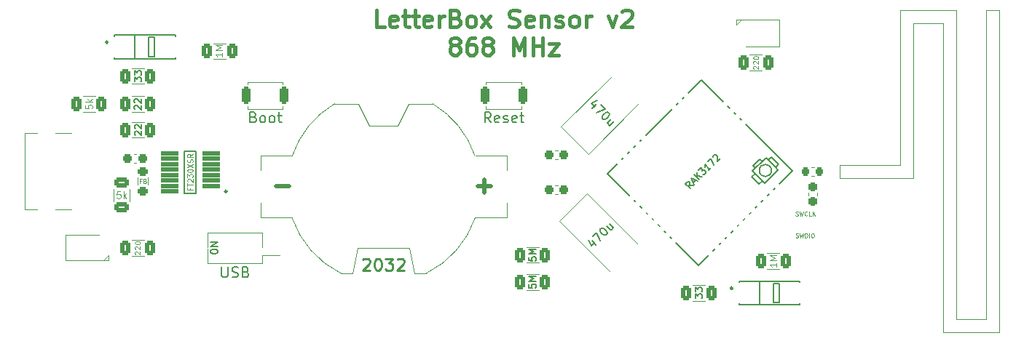
<source format=gto>
%TF.GenerationSoftware,KiCad,Pcbnew,7.0.1-0*%
%TF.CreationDate,2023-09-15T13:21:47+02:00*%
%TF.ProjectId,letterboxsensor,6c657474-6572-4626-9f78-73656e736f72,rev?*%
%TF.SameCoordinates,Original*%
%TF.FileFunction,Legend,Top*%
%TF.FilePolarity,Positive*%
%FSLAX46Y46*%
G04 Gerber Fmt 4.6, Leading zero omitted, Abs format (unit mm)*
G04 Created by KiCad (PCBNEW 7.0.1-0) date 2023-09-15 13:21:47*
%MOMM*%
%LPD*%
G01*
G04 APERTURE LIST*
G04 Aperture macros list*
%AMRoundRect*
0 Rectangle with rounded corners*
0 $1 Rounding radius*
0 $2 $3 $4 $5 $6 $7 $8 $9 X,Y pos of 4 corners*
0 Add a 4 corners polygon primitive as box body*
4,1,4,$2,$3,$4,$5,$6,$7,$8,$9,$2,$3,0*
0 Add four circle primitives for the rounded corners*
1,1,$1+$1,$2,$3*
1,1,$1+$1,$4,$5*
1,1,$1+$1,$6,$7*
1,1,$1+$1,$8,$9*
0 Add four rect primitives between the rounded corners*
20,1,$1+$1,$2,$3,$4,$5,0*
20,1,$1+$1,$4,$5,$6,$7,0*
20,1,$1+$1,$6,$7,$8,$9,0*
20,1,$1+$1,$8,$9,$2,$3,0*%
%AMRotRect*
0 Rectangle, with rotation*
0 The origin of the aperture is its center*
0 $1 length*
0 $2 width*
0 $3 Rotation angle, in degrees counterclockwise*
0 Add horizontal line*
21,1,$1,$2,0,0,$3*%
G04 Aperture macros list end*
%ADD10C,0.100000*%
%ADD11C,0.400000*%
%ADD12C,0.150000*%
%ADD13C,0.125000*%
%ADD14C,0.250000*%
%ADD15C,0.500000*%
%ADD16C,0.200000*%
%ADD17C,0.120000*%
%ADD18C,0.127000*%
%ADD19R,2.600000X0.600000*%
%ADD20RoundRect,0.250000X-0.312500X-0.625000X0.312500X-0.625000X0.312500X0.625000X-0.312500X0.625000X0*%
%ADD21RoundRect,0.250000X0.312500X0.625000X-0.312500X0.625000X-0.312500X-0.625000X0.312500X-0.625000X0*%
%ADD22R,2.500000X2.200000*%
%ADD23R,1.550000X2.200000*%
%ADD24RoundRect,0.237500X-0.237500X0.300000X-0.237500X-0.300000X0.237500X-0.300000X0.237500X0.300000X0*%
%ADD25RoundRect,0.218750X0.218750X0.256250X-0.218750X0.256250X-0.218750X-0.256250X0.218750X-0.256250X0*%
%ADD26R,2.540000X3.510000*%
%ADD27RoundRect,0.250000X0.250000X0.750000X-0.250000X0.750000X-0.250000X-0.750000X0.250000X-0.750000X0*%
%ADD28RoundRect,0.237500X-0.300000X-0.237500X0.300000X-0.237500X0.300000X0.237500X-0.300000X0.237500X0*%
%ADD29RoundRect,0.237500X0.300000X0.237500X-0.300000X0.237500X-0.300000X-0.237500X0.300000X-0.237500X0*%
%ADD30R,2.477223X0.426984*%
%ADD31RoundRect,0.213492X1.025119X0.000000X-1.025119X0.000000X-1.025119X0.000000X1.025119X0.000000X0*%
%ADD32RoundRect,0.250000X0.625000X-0.312500X0.625000X0.312500X-0.625000X0.312500X-0.625000X-0.312500X0*%
%ADD33RoundRect,0.250000X-0.250000X-0.750000X0.250000X-0.750000X0.250000X0.750000X-0.250000X0.750000X0*%
%ADD34C,0.650000*%
%ADD35R,1.450000X0.600000*%
%ADD36R,1.450000X0.300000*%
%ADD37O,2.100000X1.000000*%
%ADD38O,1.600000X1.000000*%
%ADD39RoundRect,0.250000X-1.343503X-0.106066X-0.106066X-1.343503X1.343503X0.106066X0.106066X1.343503X0*%
%ADD40R,1.500000X1.100000*%
%ADD41RoundRect,0.250000X-0.350000X0.275000X-0.350000X-0.275000X0.350000X-0.275000X0.350000X0.275000X0*%
%ADD42RoundRect,0.250000X0.106066X-1.343503X1.343503X-0.106066X-0.106066X1.343503X-1.343503X0.106066X0*%
%ADD43RotRect,1.800000X0.700000X45.000000*%
%ADD44RotRect,1.800000X0.700000X315.000000*%
G04 APERTURE END LIST*
D10*
X189715476Y-95182500D02*
X189786904Y-95206309D01*
X189786904Y-95206309D02*
X189905952Y-95206309D01*
X189905952Y-95206309D02*
X189953571Y-95182500D01*
X189953571Y-95182500D02*
X189977380Y-95158690D01*
X189977380Y-95158690D02*
X190001190Y-95111071D01*
X190001190Y-95111071D02*
X190001190Y-95063452D01*
X190001190Y-95063452D02*
X189977380Y-95015833D01*
X189977380Y-95015833D02*
X189953571Y-94992023D01*
X189953571Y-94992023D02*
X189905952Y-94968214D01*
X189905952Y-94968214D02*
X189810714Y-94944404D01*
X189810714Y-94944404D02*
X189763095Y-94920595D01*
X189763095Y-94920595D02*
X189739285Y-94896785D01*
X189739285Y-94896785D02*
X189715476Y-94849166D01*
X189715476Y-94849166D02*
X189715476Y-94801547D01*
X189715476Y-94801547D02*
X189739285Y-94753928D01*
X189739285Y-94753928D02*
X189763095Y-94730119D01*
X189763095Y-94730119D02*
X189810714Y-94706309D01*
X189810714Y-94706309D02*
X189929761Y-94706309D01*
X189929761Y-94706309D02*
X190001190Y-94730119D01*
X190167856Y-94706309D02*
X190286904Y-95206309D01*
X190286904Y-95206309D02*
X190382142Y-94849166D01*
X190382142Y-94849166D02*
X190477380Y-95206309D01*
X190477380Y-95206309D02*
X190596428Y-94706309D01*
X190786904Y-95206309D02*
X190786904Y-94706309D01*
X190786904Y-94706309D02*
X190905952Y-94706309D01*
X190905952Y-94706309D02*
X190977380Y-94730119D01*
X190977380Y-94730119D02*
X191024999Y-94777738D01*
X191024999Y-94777738D02*
X191048809Y-94825357D01*
X191048809Y-94825357D02*
X191072618Y-94920595D01*
X191072618Y-94920595D02*
X191072618Y-94992023D01*
X191072618Y-94992023D02*
X191048809Y-95087261D01*
X191048809Y-95087261D02*
X191024999Y-95134880D01*
X191024999Y-95134880D02*
X190977380Y-95182500D01*
X190977380Y-95182500D02*
X190905952Y-95206309D01*
X190905952Y-95206309D02*
X190786904Y-95206309D01*
X191286904Y-95206309D02*
X191286904Y-94706309D01*
X191620237Y-94706309D02*
X191715475Y-94706309D01*
X191715475Y-94706309D02*
X191763094Y-94730119D01*
X191763094Y-94730119D02*
X191810713Y-94777738D01*
X191810713Y-94777738D02*
X191834523Y-94872976D01*
X191834523Y-94872976D02*
X191834523Y-95039642D01*
X191834523Y-95039642D02*
X191810713Y-95134880D01*
X191810713Y-95134880D02*
X191763094Y-95182500D01*
X191763094Y-95182500D02*
X191715475Y-95206309D01*
X191715475Y-95206309D02*
X191620237Y-95206309D01*
X191620237Y-95206309D02*
X191572618Y-95182500D01*
X191572618Y-95182500D02*
X191524999Y-95134880D01*
X191524999Y-95134880D02*
X191501190Y-95039642D01*
X191501190Y-95039642D02*
X191501190Y-94872976D01*
X191501190Y-94872976D02*
X191524999Y-94777738D01*
X191524999Y-94777738D02*
X191572618Y-94730119D01*
X191572618Y-94730119D02*
X191620237Y-94706309D01*
X189694048Y-92642500D02*
X189765476Y-92666309D01*
X189765476Y-92666309D02*
X189884524Y-92666309D01*
X189884524Y-92666309D02*
X189932143Y-92642500D01*
X189932143Y-92642500D02*
X189955952Y-92618690D01*
X189955952Y-92618690D02*
X189979762Y-92571071D01*
X189979762Y-92571071D02*
X189979762Y-92523452D01*
X189979762Y-92523452D02*
X189955952Y-92475833D01*
X189955952Y-92475833D02*
X189932143Y-92452023D01*
X189932143Y-92452023D02*
X189884524Y-92428214D01*
X189884524Y-92428214D02*
X189789286Y-92404404D01*
X189789286Y-92404404D02*
X189741667Y-92380595D01*
X189741667Y-92380595D02*
X189717857Y-92356785D01*
X189717857Y-92356785D02*
X189694048Y-92309166D01*
X189694048Y-92309166D02*
X189694048Y-92261547D01*
X189694048Y-92261547D02*
X189717857Y-92213928D01*
X189717857Y-92213928D02*
X189741667Y-92190119D01*
X189741667Y-92190119D02*
X189789286Y-92166309D01*
X189789286Y-92166309D02*
X189908333Y-92166309D01*
X189908333Y-92166309D02*
X189979762Y-92190119D01*
X190146428Y-92166309D02*
X190265476Y-92666309D01*
X190265476Y-92666309D02*
X190360714Y-92309166D01*
X190360714Y-92309166D02*
X190455952Y-92666309D01*
X190455952Y-92666309D02*
X190575000Y-92166309D01*
X191051190Y-92618690D02*
X191027381Y-92642500D01*
X191027381Y-92642500D02*
X190955952Y-92666309D01*
X190955952Y-92666309D02*
X190908333Y-92666309D01*
X190908333Y-92666309D02*
X190836905Y-92642500D01*
X190836905Y-92642500D02*
X190789286Y-92594880D01*
X190789286Y-92594880D02*
X190765476Y-92547261D01*
X190765476Y-92547261D02*
X190741667Y-92452023D01*
X190741667Y-92452023D02*
X190741667Y-92380595D01*
X190741667Y-92380595D02*
X190765476Y-92285357D01*
X190765476Y-92285357D02*
X190789286Y-92237738D01*
X190789286Y-92237738D02*
X190836905Y-92190119D01*
X190836905Y-92190119D02*
X190908333Y-92166309D01*
X190908333Y-92166309D02*
X190955952Y-92166309D01*
X190955952Y-92166309D02*
X191027381Y-92190119D01*
X191027381Y-92190119D02*
X191051190Y-92213928D01*
X191503571Y-92666309D02*
X191265476Y-92666309D01*
X191265476Y-92666309D02*
X191265476Y-92166309D01*
X191670238Y-92666309D02*
X191670238Y-92166309D01*
X191955952Y-92666309D02*
X191741667Y-92380595D01*
X191955952Y-92166309D02*
X191670238Y-92452023D01*
D11*
X141917855Y-70705238D02*
X140965474Y-70705238D01*
X140965474Y-70705238D02*
X140965474Y-68705238D01*
X143346427Y-70610000D02*
X143155951Y-70705238D01*
X143155951Y-70705238D02*
X142774998Y-70705238D01*
X142774998Y-70705238D02*
X142584522Y-70610000D01*
X142584522Y-70610000D02*
X142489284Y-70419523D01*
X142489284Y-70419523D02*
X142489284Y-69657619D01*
X142489284Y-69657619D02*
X142584522Y-69467142D01*
X142584522Y-69467142D02*
X142774998Y-69371904D01*
X142774998Y-69371904D02*
X143155951Y-69371904D01*
X143155951Y-69371904D02*
X143346427Y-69467142D01*
X143346427Y-69467142D02*
X143441665Y-69657619D01*
X143441665Y-69657619D02*
X143441665Y-69848095D01*
X143441665Y-69848095D02*
X142489284Y-70038571D01*
X144013094Y-69371904D02*
X144774998Y-69371904D01*
X144298808Y-68705238D02*
X144298808Y-70419523D01*
X144298808Y-70419523D02*
X144394046Y-70610000D01*
X144394046Y-70610000D02*
X144584522Y-70705238D01*
X144584522Y-70705238D02*
X144774998Y-70705238D01*
X145155951Y-69371904D02*
X145917855Y-69371904D01*
X145441665Y-68705238D02*
X145441665Y-70419523D01*
X145441665Y-70419523D02*
X145536903Y-70610000D01*
X145536903Y-70610000D02*
X145727379Y-70705238D01*
X145727379Y-70705238D02*
X145917855Y-70705238D01*
X147346427Y-70610000D02*
X147155951Y-70705238D01*
X147155951Y-70705238D02*
X146774998Y-70705238D01*
X146774998Y-70705238D02*
X146584522Y-70610000D01*
X146584522Y-70610000D02*
X146489284Y-70419523D01*
X146489284Y-70419523D02*
X146489284Y-69657619D01*
X146489284Y-69657619D02*
X146584522Y-69467142D01*
X146584522Y-69467142D02*
X146774998Y-69371904D01*
X146774998Y-69371904D02*
X147155951Y-69371904D01*
X147155951Y-69371904D02*
X147346427Y-69467142D01*
X147346427Y-69467142D02*
X147441665Y-69657619D01*
X147441665Y-69657619D02*
X147441665Y-69848095D01*
X147441665Y-69848095D02*
X146489284Y-70038571D01*
X148298808Y-70705238D02*
X148298808Y-69371904D01*
X148298808Y-69752857D02*
X148394046Y-69562380D01*
X148394046Y-69562380D02*
X148489284Y-69467142D01*
X148489284Y-69467142D02*
X148679760Y-69371904D01*
X148679760Y-69371904D02*
X148870237Y-69371904D01*
X150203570Y-69657619D02*
X150489284Y-69752857D01*
X150489284Y-69752857D02*
X150584522Y-69848095D01*
X150584522Y-69848095D02*
X150679760Y-70038571D01*
X150679760Y-70038571D02*
X150679760Y-70324285D01*
X150679760Y-70324285D02*
X150584522Y-70514761D01*
X150584522Y-70514761D02*
X150489284Y-70610000D01*
X150489284Y-70610000D02*
X150298808Y-70705238D01*
X150298808Y-70705238D02*
X149536903Y-70705238D01*
X149536903Y-70705238D02*
X149536903Y-68705238D01*
X149536903Y-68705238D02*
X150203570Y-68705238D01*
X150203570Y-68705238D02*
X150394046Y-68800476D01*
X150394046Y-68800476D02*
X150489284Y-68895714D01*
X150489284Y-68895714D02*
X150584522Y-69086190D01*
X150584522Y-69086190D02*
X150584522Y-69276666D01*
X150584522Y-69276666D02*
X150489284Y-69467142D01*
X150489284Y-69467142D02*
X150394046Y-69562380D01*
X150394046Y-69562380D02*
X150203570Y-69657619D01*
X150203570Y-69657619D02*
X149536903Y-69657619D01*
X151822617Y-70705238D02*
X151632141Y-70610000D01*
X151632141Y-70610000D02*
X151536903Y-70514761D01*
X151536903Y-70514761D02*
X151441665Y-70324285D01*
X151441665Y-70324285D02*
X151441665Y-69752857D01*
X151441665Y-69752857D02*
X151536903Y-69562380D01*
X151536903Y-69562380D02*
X151632141Y-69467142D01*
X151632141Y-69467142D02*
X151822617Y-69371904D01*
X151822617Y-69371904D02*
X152108332Y-69371904D01*
X152108332Y-69371904D02*
X152298808Y-69467142D01*
X152298808Y-69467142D02*
X152394046Y-69562380D01*
X152394046Y-69562380D02*
X152489284Y-69752857D01*
X152489284Y-69752857D02*
X152489284Y-70324285D01*
X152489284Y-70324285D02*
X152394046Y-70514761D01*
X152394046Y-70514761D02*
X152298808Y-70610000D01*
X152298808Y-70610000D02*
X152108332Y-70705238D01*
X152108332Y-70705238D02*
X151822617Y-70705238D01*
X153155951Y-70705238D02*
X154203570Y-69371904D01*
X153155951Y-69371904D02*
X154203570Y-70705238D01*
X156394047Y-70610000D02*
X156679761Y-70705238D01*
X156679761Y-70705238D02*
X157155952Y-70705238D01*
X157155952Y-70705238D02*
X157346428Y-70610000D01*
X157346428Y-70610000D02*
X157441666Y-70514761D01*
X157441666Y-70514761D02*
X157536904Y-70324285D01*
X157536904Y-70324285D02*
X157536904Y-70133809D01*
X157536904Y-70133809D02*
X157441666Y-69943333D01*
X157441666Y-69943333D02*
X157346428Y-69848095D01*
X157346428Y-69848095D02*
X157155952Y-69752857D01*
X157155952Y-69752857D02*
X156774999Y-69657619D01*
X156774999Y-69657619D02*
X156584523Y-69562380D01*
X156584523Y-69562380D02*
X156489285Y-69467142D01*
X156489285Y-69467142D02*
X156394047Y-69276666D01*
X156394047Y-69276666D02*
X156394047Y-69086190D01*
X156394047Y-69086190D02*
X156489285Y-68895714D01*
X156489285Y-68895714D02*
X156584523Y-68800476D01*
X156584523Y-68800476D02*
X156774999Y-68705238D01*
X156774999Y-68705238D02*
X157251190Y-68705238D01*
X157251190Y-68705238D02*
X157536904Y-68800476D01*
X159155952Y-70610000D02*
X158965476Y-70705238D01*
X158965476Y-70705238D02*
X158584523Y-70705238D01*
X158584523Y-70705238D02*
X158394047Y-70610000D01*
X158394047Y-70610000D02*
X158298809Y-70419523D01*
X158298809Y-70419523D02*
X158298809Y-69657619D01*
X158298809Y-69657619D02*
X158394047Y-69467142D01*
X158394047Y-69467142D02*
X158584523Y-69371904D01*
X158584523Y-69371904D02*
X158965476Y-69371904D01*
X158965476Y-69371904D02*
X159155952Y-69467142D01*
X159155952Y-69467142D02*
X159251190Y-69657619D01*
X159251190Y-69657619D02*
X159251190Y-69848095D01*
X159251190Y-69848095D02*
X158298809Y-70038571D01*
X160108333Y-69371904D02*
X160108333Y-70705238D01*
X160108333Y-69562380D02*
X160203571Y-69467142D01*
X160203571Y-69467142D02*
X160394047Y-69371904D01*
X160394047Y-69371904D02*
X160679762Y-69371904D01*
X160679762Y-69371904D02*
X160870238Y-69467142D01*
X160870238Y-69467142D02*
X160965476Y-69657619D01*
X160965476Y-69657619D02*
X160965476Y-70705238D01*
X161822619Y-70610000D02*
X162013095Y-70705238D01*
X162013095Y-70705238D02*
X162394047Y-70705238D01*
X162394047Y-70705238D02*
X162584524Y-70610000D01*
X162584524Y-70610000D02*
X162679762Y-70419523D01*
X162679762Y-70419523D02*
X162679762Y-70324285D01*
X162679762Y-70324285D02*
X162584524Y-70133809D01*
X162584524Y-70133809D02*
X162394047Y-70038571D01*
X162394047Y-70038571D02*
X162108333Y-70038571D01*
X162108333Y-70038571D02*
X161917857Y-69943333D01*
X161917857Y-69943333D02*
X161822619Y-69752857D01*
X161822619Y-69752857D02*
X161822619Y-69657619D01*
X161822619Y-69657619D02*
X161917857Y-69467142D01*
X161917857Y-69467142D02*
X162108333Y-69371904D01*
X162108333Y-69371904D02*
X162394047Y-69371904D01*
X162394047Y-69371904D02*
X162584524Y-69467142D01*
X163822619Y-70705238D02*
X163632143Y-70610000D01*
X163632143Y-70610000D02*
X163536905Y-70514761D01*
X163536905Y-70514761D02*
X163441667Y-70324285D01*
X163441667Y-70324285D02*
X163441667Y-69752857D01*
X163441667Y-69752857D02*
X163536905Y-69562380D01*
X163536905Y-69562380D02*
X163632143Y-69467142D01*
X163632143Y-69467142D02*
X163822619Y-69371904D01*
X163822619Y-69371904D02*
X164108334Y-69371904D01*
X164108334Y-69371904D02*
X164298810Y-69467142D01*
X164298810Y-69467142D02*
X164394048Y-69562380D01*
X164394048Y-69562380D02*
X164489286Y-69752857D01*
X164489286Y-69752857D02*
X164489286Y-70324285D01*
X164489286Y-70324285D02*
X164394048Y-70514761D01*
X164394048Y-70514761D02*
X164298810Y-70610000D01*
X164298810Y-70610000D02*
X164108334Y-70705238D01*
X164108334Y-70705238D02*
X163822619Y-70705238D01*
X165346429Y-70705238D02*
X165346429Y-69371904D01*
X165346429Y-69752857D02*
X165441667Y-69562380D01*
X165441667Y-69562380D02*
X165536905Y-69467142D01*
X165536905Y-69467142D02*
X165727381Y-69371904D01*
X165727381Y-69371904D02*
X165917858Y-69371904D01*
X167917858Y-69371904D02*
X168394048Y-70705238D01*
X168394048Y-70705238D02*
X168870239Y-69371904D01*
X169536906Y-68895714D02*
X169632144Y-68800476D01*
X169632144Y-68800476D02*
X169822620Y-68705238D01*
X169822620Y-68705238D02*
X170298811Y-68705238D01*
X170298811Y-68705238D02*
X170489287Y-68800476D01*
X170489287Y-68800476D02*
X170584525Y-68895714D01*
X170584525Y-68895714D02*
X170679763Y-69086190D01*
X170679763Y-69086190D02*
X170679763Y-69276666D01*
X170679763Y-69276666D02*
X170584525Y-69562380D01*
X170584525Y-69562380D02*
X169441668Y-70705238D01*
X169441668Y-70705238D02*
X170679763Y-70705238D01*
X149917856Y-72802380D02*
X149727380Y-72707142D01*
X149727380Y-72707142D02*
X149632142Y-72611904D01*
X149632142Y-72611904D02*
X149536904Y-72421428D01*
X149536904Y-72421428D02*
X149536904Y-72326190D01*
X149536904Y-72326190D02*
X149632142Y-72135714D01*
X149632142Y-72135714D02*
X149727380Y-72040476D01*
X149727380Y-72040476D02*
X149917856Y-71945238D01*
X149917856Y-71945238D02*
X150298809Y-71945238D01*
X150298809Y-71945238D02*
X150489285Y-72040476D01*
X150489285Y-72040476D02*
X150584523Y-72135714D01*
X150584523Y-72135714D02*
X150679761Y-72326190D01*
X150679761Y-72326190D02*
X150679761Y-72421428D01*
X150679761Y-72421428D02*
X150584523Y-72611904D01*
X150584523Y-72611904D02*
X150489285Y-72707142D01*
X150489285Y-72707142D02*
X150298809Y-72802380D01*
X150298809Y-72802380D02*
X149917856Y-72802380D01*
X149917856Y-72802380D02*
X149727380Y-72897619D01*
X149727380Y-72897619D02*
X149632142Y-72992857D01*
X149632142Y-72992857D02*
X149536904Y-73183333D01*
X149536904Y-73183333D02*
X149536904Y-73564285D01*
X149536904Y-73564285D02*
X149632142Y-73754761D01*
X149632142Y-73754761D02*
X149727380Y-73850000D01*
X149727380Y-73850000D02*
X149917856Y-73945238D01*
X149917856Y-73945238D02*
X150298809Y-73945238D01*
X150298809Y-73945238D02*
X150489285Y-73850000D01*
X150489285Y-73850000D02*
X150584523Y-73754761D01*
X150584523Y-73754761D02*
X150679761Y-73564285D01*
X150679761Y-73564285D02*
X150679761Y-73183333D01*
X150679761Y-73183333D02*
X150584523Y-72992857D01*
X150584523Y-72992857D02*
X150489285Y-72897619D01*
X150489285Y-72897619D02*
X150298809Y-72802380D01*
X152394047Y-71945238D02*
X152013094Y-71945238D01*
X152013094Y-71945238D02*
X151822618Y-72040476D01*
X151822618Y-72040476D02*
X151727380Y-72135714D01*
X151727380Y-72135714D02*
X151536904Y-72421428D01*
X151536904Y-72421428D02*
X151441666Y-72802380D01*
X151441666Y-72802380D02*
X151441666Y-73564285D01*
X151441666Y-73564285D02*
X151536904Y-73754761D01*
X151536904Y-73754761D02*
X151632142Y-73850000D01*
X151632142Y-73850000D02*
X151822618Y-73945238D01*
X151822618Y-73945238D02*
X152203571Y-73945238D01*
X152203571Y-73945238D02*
X152394047Y-73850000D01*
X152394047Y-73850000D02*
X152489285Y-73754761D01*
X152489285Y-73754761D02*
X152584523Y-73564285D01*
X152584523Y-73564285D02*
X152584523Y-73088095D01*
X152584523Y-73088095D02*
X152489285Y-72897619D01*
X152489285Y-72897619D02*
X152394047Y-72802380D01*
X152394047Y-72802380D02*
X152203571Y-72707142D01*
X152203571Y-72707142D02*
X151822618Y-72707142D01*
X151822618Y-72707142D02*
X151632142Y-72802380D01*
X151632142Y-72802380D02*
X151536904Y-72897619D01*
X151536904Y-72897619D02*
X151441666Y-73088095D01*
X153727380Y-72802380D02*
X153536904Y-72707142D01*
X153536904Y-72707142D02*
X153441666Y-72611904D01*
X153441666Y-72611904D02*
X153346428Y-72421428D01*
X153346428Y-72421428D02*
X153346428Y-72326190D01*
X153346428Y-72326190D02*
X153441666Y-72135714D01*
X153441666Y-72135714D02*
X153536904Y-72040476D01*
X153536904Y-72040476D02*
X153727380Y-71945238D01*
X153727380Y-71945238D02*
X154108333Y-71945238D01*
X154108333Y-71945238D02*
X154298809Y-72040476D01*
X154298809Y-72040476D02*
X154394047Y-72135714D01*
X154394047Y-72135714D02*
X154489285Y-72326190D01*
X154489285Y-72326190D02*
X154489285Y-72421428D01*
X154489285Y-72421428D02*
X154394047Y-72611904D01*
X154394047Y-72611904D02*
X154298809Y-72707142D01*
X154298809Y-72707142D02*
X154108333Y-72802380D01*
X154108333Y-72802380D02*
X153727380Y-72802380D01*
X153727380Y-72802380D02*
X153536904Y-72897619D01*
X153536904Y-72897619D02*
X153441666Y-72992857D01*
X153441666Y-72992857D02*
X153346428Y-73183333D01*
X153346428Y-73183333D02*
X153346428Y-73564285D01*
X153346428Y-73564285D02*
X153441666Y-73754761D01*
X153441666Y-73754761D02*
X153536904Y-73850000D01*
X153536904Y-73850000D02*
X153727380Y-73945238D01*
X153727380Y-73945238D02*
X154108333Y-73945238D01*
X154108333Y-73945238D02*
X154298809Y-73850000D01*
X154298809Y-73850000D02*
X154394047Y-73754761D01*
X154394047Y-73754761D02*
X154489285Y-73564285D01*
X154489285Y-73564285D02*
X154489285Y-73183333D01*
X154489285Y-73183333D02*
X154394047Y-72992857D01*
X154394047Y-72992857D02*
X154298809Y-72897619D01*
X154298809Y-72897619D02*
X154108333Y-72802380D01*
X156870238Y-73945238D02*
X156870238Y-71945238D01*
X156870238Y-71945238D02*
X157536905Y-73373809D01*
X157536905Y-73373809D02*
X158203571Y-71945238D01*
X158203571Y-71945238D02*
X158203571Y-73945238D01*
X159155952Y-73945238D02*
X159155952Y-71945238D01*
X159155952Y-72897619D02*
X160298809Y-72897619D01*
X160298809Y-73945238D02*
X160298809Y-71945238D01*
X161060714Y-72611904D02*
X162108333Y-72611904D01*
X162108333Y-72611904D02*
X161060714Y-73945238D01*
X161060714Y-73945238D02*
X162108333Y-73945238D01*
D12*
X112830095Y-77043619D02*
X112830095Y-76548381D01*
X112830095Y-76548381D02*
X113134857Y-76815047D01*
X113134857Y-76815047D02*
X113134857Y-76700762D01*
X113134857Y-76700762D02*
X113172952Y-76624571D01*
X113172952Y-76624571D02*
X113211047Y-76586476D01*
X113211047Y-76586476D02*
X113287238Y-76548381D01*
X113287238Y-76548381D02*
X113477714Y-76548381D01*
X113477714Y-76548381D02*
X113553904Y-76586476D01*
X113553904Y-76586476D02*
X113592000Y-76624571D01*
X113592000Y-76624571D02*
X113630095Y-76700762D01*
X113630095Y-76700762D02*
X113630095Y-76929333D01*
X113630095Y-76929333D02*
X113592000Y-77005524D01*
X113592000Y-77005524D02*
X113553904Y-77043619D01*
X112830095Y-76281714D02*
X112830095Y-75786476D01*
X112830095Y-75786476D02*
X113134857Y-76053142D01*
X113134857Y-76053142D02*
X113134857Y-75938857D01*
X113134857Y-75938857D02*
X113172952Y-75862666D01*
X113172952Y-75862666D02*
X113211047Y-75824571D01*
X113211047Y-75824571D02*
X113287238Y-75786476D01*
X113287238Y-75786476D02*
X113477714Y-75786476D01*
X113477714Y-75786476D02*
X113553904Y-75824571D01*
X113553904Y-75824571D02*
X113592000Y-75862666D01*
X113592000Y-75862666D02*
X113630095Y-75938857D01*
X113630095Y-75938857D02*
X113630095Y-76167428D01*
X113630095Y-76167428D02*
X113592000Y-76243619D01*
X113592000Y-76243619D02*
X113553904Y-76281714D01*
D13*
X184840714Y-75572857D02*
X184812142Y-75544285D01*
X184812142Y-75544285D02*
X184783571Y-75487143D01*
X184783571Y-75487143D02*
X184783571Y-75344285D01*
X184783571Y-75344285D02*
X184812142Y-75287143D01*
X184812142Y-75287143D02*
X184840714Y-75258571D01*
X184840714Y-75258571D02*
X184897857Y-75230000D01*
X184897857Y-75230000D02*
X184955000Y-75230000D01*
X184955000Y-75230000D02*
X185040714Y-75258571D01*
X185040714Y-75258571D02*
X185383571Y-75601428D01*
X185383571Y-75601428D02*
X185383571Y-75230000D01*
X184840714Y-75001428D02*
X184812142Y-74972856D01*
X184812142Y-74972856D02*
X184783571Y-74915714D01*
X184783571Y-74915714D02*
X184783571Y-74772856D01*
X184783571Y-74772856D02*
X184812142Y-74715714D01*
X184812142Y-74715714D02*
X184840714Y-74687142D01*
X184840714Y-74687142D02*
X184897857Y-74658571D01*
X184897857Y-74658571D02*
X184955000Y-74658571D01*
X184955000Y-74658571D02*
X185040714Y-74687142D01*
X185040714Y-74687142D02*
X185383571Y-75029999D01*
X185383571Y-75029999D02*
X185383571Y-74658571D01*
X184783571Y-74287142D02*
X184783571Y-74229999D01*
X184783571Y-74229999D02*
X184812142Y-74172856D01*
X184812142Y-74172856D02*
X184840714Y-74144285D01*
X184840714Y-74144285D02*
X184897857Y-74115713D01*
X184897857Y-74115713D02*
X185012142Y-74087142D01*
X185012142Y-74087142D02*
X185155000Y-74087142D01*
X185155000Y-74087142D02*
X185269285Y-74115713D01*
X185269285Y-74115713D02*
X185326428Y-74144285D01*
X185326428Y-74144285D02*
X185355000Y-74172856D01*
X185355000Y-74172856D02*
X185383571Y-74229999D01*
X185383571Y-74229999D02*
X185383571Y-74287142D01*
X185383571Y-74287142D02*
X185355000Y-74344285D01*
X185355000Y-74344285D02*
X185326428Y-74372856D01*
X185326428Y-74372856D02*
X185269285Y-74401427D01*
X185269285Y-74401427D02*
X185155000Y-74429999D01*
X185155000Y-74429999D02*
X185012142Y-74429999D01*
X185012142Y-74429999D02*
X184897857Y-74401427D01*
X184897857Y-74401427D02*
X184840714Y-74372856D01*
X184840714Y-74372856D02*
X184812142Y-74344285D01*
X184812142Y-74344285D02*
X184783571Y-74287142D01*
D14*
X139400000Y-97781000D02*
X139466667Y-97714333D01*
X139466667Y-97714333D02*
X139600000Y-97647666D01*
X139600000Y-97647666D02*
X139933334Y-97647666D01*
X139933334Y-97647666D02*
X140066667Y-97714333D01*
X140066667Y-97714333D02*
X140133334Y-97781000D01*
X140133334Y-97781000D02*
X140200000Y-97914333D01*
X140200000Y-97914333D02*
X140200000Y-98047666D01*
X140200000Y-98047666D02*
X140133334Y-98247666D01*
X140133334Y-98247666D02*
X139333334Y-99047666D01*
X139333334Y-99047666D02*
X140200000Y-99047666D01*
X141066667Y-97647666D02*
X141200000Y-97647666D01*
X141200000Y-97647666D02*
X141333333Y-97714333D01*
X141333333Y-97714333D02*
X141400000Y-97781000D01*
X141400000Y-97781000D02*
X141466667Y-97914333D01*
X141466667Y-97914333D02*
X141533333Y-98181000D01*
X141533333Y-98181000D02*
X141533333Y-98514333D01*
X141533333Y-98514333D02*
X141466667Y-98781000D01*
X141466667Y-98781000D02*
X141400000Y-98914333D01*
X141400000Y-98914333D02*
X141333333Y-98981000D01*
X141333333Y-98981000D02*
X141200000Y-99047666D01*
X141200000Y-99047666D02*
X141066667Y-99047666D01*
X141066667Y-99047666D02*
X140933333Y-98981000D01*
X140933333Y-98981000D02*
X140866667Y-98914333D01*
X140866667Y-98914333D02*
X140800000Y-98781000D01*
X140800000Y-98781000D02*
X140733333Y-98514333D01*
X140733333Y-98514333D02*
X140733333Y-98181000D01*
X140733333Y-98181000D02*
X140800000Y-97914333D01*
X140800000Y-97914333D02*
X140866667Y-97781000D01*
X140866667Y-97781000D02*
X140933333Y-97714333D01*
X140933333Y-97714333D02*
X141066667Y-97647666D01*
X142000000Y-97647666D02*
X142866666Y-97647666D01*
X142866666Y-97647666D02*
X142400000Y-98181000D01*
X142400000Y-98181000D02*
X142600000Y-98181000D01*
X142600000Y-98181000D02*
X142733333Y-98247666D01*
X142733333Y-98247666D02*
X142800000Y-98314333D01*
X142800000Y-98314333D02*
X142866666Y-98447666D01*
X142866666Y-98447666D02*
X142866666Y-98781000D01*
X142866666Y-98781000D02*
X142800000Y-98914333D01*
X142800000Y-98914333D02*
X142733333Y-98981000D01*
X142733333Y-98981000D02*
X142600000Y-99047666D01*
X142600000Y-99047666D02*
X142200000Y-99047666D01*
X142200000Y-99047666D02*
X142066666Y-98981000D01*
X142066666Y-98981000D02*
X142000000Y-98914333D01*
X143399999Y-97781000D02*
X143466666Y-97714333D01*
X143466666Y-97714333D02*
X143599999Y-97647666D01*
X143599999Y-97647666D02*
X143933333Y-97647666D01*
X143933333Y-97647666D02*
X144066666Y-97714333D01*
X144066666Y-97714333D02*
X144133333Y-97781000D01*
X144133333Y-97781000D02*
X144199999Y-97914333D01*
X144199999Y-97914333D02*
X144199999Y-98047666D01*
X144199999Y-98047666D02*
X144133333Y-98247666D01*
X144133333Y-98247666D02*
X143333333Y-99047666D01*
X143333333Y-99047666D02*
X144199999Y-99047666D01*
D15*
X154286904Y-89236666D02*
X152763095Y-89236666D01*
X153524999Y-88474761D02*
X153524999Y-89998571D01*
X130836904Y-89261666D02*
X129313095Y-89261666D01*
D13*
X123049095Y-73700571D02*
X123049095Y-74157714D01*
X123049095Y-73929142D02*
X122249095Y-73929142D01*
X122249095Y-73929142D02*
X122363380Y-74005333D01*
X122363380Y-74005333D02*
X122439571Y-74081523D01*
X122439571Y-74081523D02*
X122477666Y-74157714D01*
X123049095Y-73357713D02*
X122249095Y-73357713D01*
X122249095Y-73357713D02*
X122820523Y-73091047D01*
X122820523Y-73091047D02*
X122249095Y-72824380D01*
X122249095Y-72824380D02*
X123049095Y-72824380D01*
D16*
X154264286Y-81805142D02*
X153864286Y-81233714D01*
X153578572Y-81805142D02*
X153578572Y-80605142D01*
X153578572Y-80605142D02*
X154035715Y-80605142D01*
X154035715Y-80605142D02*
X154150000Y-80662285D01*
X154150000Y-80662285D02*
X154207143Y-80719428D01*
X154207143Y-80719428D02*
X154264286Y-80833714D01*
X154264286Y-80833714D02*
X154264286Y-81005142D01*
X154264286Y-81005142D02*
X154207143Y-81119428D01*
X154207143Y-81119428D02*
X154150000Y-81176571D01*
X154150000Y-81176571D02*
X154035715Y-81233714D01*
X154035715Y-81233714D02*
X153578572Y-81233714D01*
X155235715Y-81748000D02*
X155121429Y-81805142D01*
X155121429Y-81805142D02*
X154892858Y-81805142D01*
X154892858Y-81805142D02*
X154778572Y-81748000D01*
X154778572Y-81748000D02*
X154721429Y-81633714D01*
X154721429Y-81633714D02*
X154721429Y-81176571D01*
X154721429Y-81176571D02*
X154778572Y-81062285D01*
X154778572Y-81062285D02*
X154892858Y-81005142D01*
X154892858Y-81005142D02*
X155121429Y-81005142D01*
X155121429Y-81005142D02*
X155235715Y-81062285D01*
X155235715Y-81062285D02*
X155292858Y-81176571D01*
X155292858Y-81176571D02*
X155292858Y-81290857D01*
X155292858Y-81290857D02*
X154721429Y-81405142D01*
X155750000Y-81748000D02*
X155864286Y-81805142D01*
X155864286Y-81805142D02*
X156092857Y-81805142D01*
X156092857Y-81805142D02*
X156207143Y-81748000D01*
X156207143Y-81748000D02*
X156264286Y-81633714D01*
X156264286Y-81633714D02*
X156264286Y-81576571D01*
X156264286Y-81576571D02*
X156207143Y-81462285D01*
X156207143Y-81462285D02*
X156092857Y-81405142D01*
X156092857Y-81405142D02*
X155921429Y-81405142D01*
X155921429Y-81405142D02*
X155807143Y-81348000D01*
X155807143Y-81348000D02*
X155750000Y-81233714D01*
X155750000Y-81233714D02*
X155750000Y-81176571D01*
X155750000Y-81176571D02*
X155807143Y-81062285D01*
X155807143Y-81062285D02*
X155921429Y-81005142D01*
X155921429Y-81005142D02*
X156092857Y-81005142D01*
X156092857Y-81005142D02*
X156207143Y-81062285D01*
X157235715Y-81748000D02*
X157121429Y-81805142D01*
X157121429Y-81805142D02*
X156892858Y-81805142D01*
X156892858Y-81805142D02*
X156778572Y-81748000D01*
X156778572Y-81748000D02*
X156721429Y-81633714D01*
X156721429Y-81633714D02*
X156721429Y-81176571D01*
X156721429Y-81176571D02*
X156778572Y-81062285D01*
X156778572Y-81062285D02*
X156892858Y-81005142D01*
X156892858Y-81005142D02*
X157121429Y-81005142D01*
X157121429Y-81005142D02*
X157235715Y-81062285D01*
X157235715Y-81062285D02*
X157292858Y-81176571D01*
X157292858Y-81176571D02*
X157292858Y-81290857D01*
X157292858Y-81290857D02*
X156721429Y-81405142D01*
X157635714Y-81005142D02*
X158092857Y-81005142D01*
X157807143Y-80605142D02*
X157807143Y-81633714D01*
X157807143Y-81633714D02*
X157864286Y-81748000D01*
X157864286Y-81748000D02*
X157978571Y-81805142D01*
X157978571Y-81805142D02*
X158092857Y-81805142D01*
D12*
X112898085Y-80261124D02*
X112859990Y-80223028D01*
X112859990Y-80223028D02*
X112821895Y-80146838D01*
X112821895Y-80146838D02*
X112821895Y-79956362D01*
X112821895Y-79956362D02*
X112859990Y-79880171D01*
X112859990Y-79880171D02*
X112898085Y-79842076D01*
X112898085Y-79842076D02*
X112974276Y-79803981D01*
X112974276Y-79803981D02*
X113050466Y-79803981D01*
X113050466Y-79803981D02*
X113164752Y-79842076D01*
X113164752Y-79842076D02*
X113621895Y-80299219D01*
X113621895Y-80299219D02*
X113621895Y-79803981D01*
X112898085Y-79499219D02*
X112859990Y-79461123D01*
X112859990Y-79461123D02*
X112821895Y-79384933D01*
X112821895Y-79384933D02*
X112821895Y-79194457D01*
X112821895Y-79194457D02*
X112859990Y-79118266D01*
X112859990Y-79118266D02*
X112898085Y-79080171D01*
X112898085Y-79080171D02*
X112974276Y-79042076D01*
X112974276Y-79042076D02*
X113050466Y-79042076D01*
X113050466Y-79042076D02*
X113164752Y-79080171D01*
X113164752Y-79080171D02*
X113621895Y-79537314D01*
X113621895Y-79537314D02*
X113621895Y-79042076D01*
X178045095Y-102272619D02*
X178045095Y-101777381D01*
X178045095Y-101777381D02*
X178349857Y-102044047D01*
X178349857Y-102044047D02*
X178349857Y-101929762D01*
X178349857Y-101929762D02*
X178387952Y-101853571D01*
X178387952Y-101853571D02*
X178426047Y-101815476D01*
X178426047Y-101815476D02*
X178502238Y-101777381D01*
X178502238Y-101777381D02*
X178692714Y-101777381D01*
X178692714Y-101777381D02*
X178768904Y-101815476D01*
X178768904Y-101815476D02*
X178807000Y-101853571D01*
X178807000Y-101853571D02*
X178845095Y-101929762D01*
X178845095Y-101929762D02*
X178845095Y-102158333D01*
X178845095Y-102158333D02*
X178807000Y-102234524D01*
X178807000Y-102234524D02*
X178768904Y-102272619D01*
X178045095Y-101510714D02*
X178045095Y-101015476D01*
X178045095Y-101015476D02*
X178349857Y-101282142D01*
X178349857Y-101282142D02*
X178349857Y-101167857D01*
X178349857Y-101167857D02*
X178387952Y-101091666D01*
X178387952Y-101091666D02*
X178426047Y-101053571D01*
X178426047Y-101053571D02*
X178502238Y-101015476D01*
X178502238Y-101015476D02*
X178692714Y-101015476D01*
X178692714Y-101015476D02*
X178768904Y-101053571D01*
X178768904Y-101053571D02*
X178807000Y-101091666D01*
X178807000Y-101091666D02*
X178845095Y-101167857D01*
X178845095Y-101167857D02*
X178845095Y-101396428D01*
X178845095Y-101396428D02*
X178807000Y-101472619D01*
X178807000Y-101472619D02*
X178768904Y-101510714D01*
D13*
X112959714Y-97142857D02*
X112931142Y-97114285D01*
X112931142Y-97114285D02*
X112902571Y-97057143D01*
X112902571Y-97057143D02*
X112902571Y-96914285D01*
X112902571Y-96914285D02*
X112931142Y-96857143D01*
X112931142Y-96857143D02*
X112959714Y-96828571D01*
X112959714Y-96828571D02*
X113016857Y-96800000D01*
X113016857Y-96800000D02*
X113074000Y-96800000D01*
X113074000Y-96800000D02*
X113159714Y-96828571D01*
X113159714Y-96828571D02*
X113502571Y-97171428D01*
X113502571Y-97171428D02*
X113502571Y-96800000D01*
X112959714Y-96571428D02*
X112931142Y-96542856D01*
X112931142Y-96542856D02*
X112902571Y-96485714D01*
X112902571Y-96485714D02*
X112902571Y-96342856D01*
X112902571Y-96342856D02*
X112931142Y-96285714D01*
X112931142Y-96285714D02*
X112959714Y-96257142D01*
X112959714Y-96257142D02*
X113016857Y-96228571D01*
X113016857Y-96228571D02*
X113074000Y-96228571D01*
X113074000Y-96228571D02*
X113159714Y-96257142D01*
X113159714Y-96257142D02*
X113502571Y-96599999D01*
X113502571Y-96599999D02*
X113502571Y-96228571D01*
X112902571Y-95857142D02*
X112902571Y-95799999D01*
X112902571Y-95799999D02*
X112931142Y-95742856D01*
X112931142Y-95742856D02*
X112959714Y-95714285D01*
X112959714Y-95714285D02*
X113016857Y-95685713D01*
X113016857Y-95685713D02*
X113131142Y-95657142D01*
X113131142Y-95657142D02*
X113274000Y-95657142D01*
X113274000Y-95657142D02*
X113388285Y-95685713D01*
X113388285Y-95685713D02*
X113445428Y-95714285D01*
X113445428Y-95714285D02*
X113474000Y-95742856D01*
X113474000Y-95742856D02*
X113502571Y-95799999D01*
X113502571Y-95799999D02*
X113502571Y-95857142D01*
X113502571Y-95857142D02*
X113474000Y-95914285D01*
X113474000Y-95914285D02*
X113445428Y-95942856D01*
X113445428Y-95942856D02*
X113388285Y-95971427D01*
X113388285Y-95971427D02*
X113274000Y-95999999D01*
X113274000Y-95999999D02*
X113131142Y-95999999D01*
X113131142Y-95999999D02*
X113016857Y-95971427D01*
X113016857Y-95971427D02*
X112959714Y-95942856D01*
X112959714Y-95942856D02*
X112931142Y-95914285D01*
X112931142Y-95914285D02*
X112902571Y-95857142D01*
D12*
X158682595Y-100654166D02*
X158682595Y-101035118D01*
X158682595Y-101035118D02*
X159063547Y-101073214D01*
X159063547Y-101073214D02*
X159025452Y-101035118D01*
X159025452Y-101035118D02*
X158987357Y-100958928D01*
X158987357Y-100958928D02*
X158987357Y-100768452D01*
X158987357Y-100768452D02*
X159025452Y-100692261D01*
X159025452Y-100692261D02*
X159063547Y-100654166D01*
X159063547Y-100654166D02*
X159139738Y-100616071D01*
X159139738Y-100616071D02*
X159330214Y-100616071D01*
X159330214Y-100616071D02*
X159406404Y-100654166D01*
X159406404Y-100654166D02*
X159444500Y-100692261D01*
X159444500Y-100692261D02*
X159482595Y-100768452D01*
X159482595Y-100768452D02*
X159482595Y-100958928D01*
X159482595Y-100958928D02*
X159444500Y-101035118D01*
X159444500Y-101035118D02*
X159406404Y-101073214D01*
X159482595Y-100273213D02*
X158682595Y-100273213D01*
X158682595Y-100273213D02*
X159254023Y-100006547D01*
X159254023Y-100006547D02*
X158682595Y-99739880D01*
X158682595Y-99739880D02*
X159482595Y-99739880D01*
X158682595Y-97514166D02*
X158682595Y-97895118D01*
X158682595Y-97895118D02*
X159063547Y-97933214D01*
X159063547Y-97933214D02*
X159025452Y-97895118D01*
X159025452Y-97895118D02*
X158987357Y-97818928D01*
X158987357Y-97818928D02*
X158987357Y-97628452D01*
X158987357Y-97628452D02*
X159025452Y-97552261D01*
X159025452Y-97552261D02*
X159063547Y-97514166D01*
X159063547Y-97514166D02*
X159139738Y-97476071D01*
X159139738Y-97476071D02*
X159330214Y-97476071D01*
X159330214Y-97476071D02*
X159406404Y-97514166D01*
X159406404Y-97514166D02*
X159444500Y-97552261D01*
X159444500Y-97552261D02*
X159482595Y-97628452D01*
X159482595Y-97628452D02*
X159482595Y-97818928D01*
X159482595Y-97818928D02*
X159444500Y-97895118D01*
X159444500Y-97895118D02*
X159406404Y-97933214D01*
X159482595Y-97133213D02*
X158682595Y-97133213D01*
X158682595Y-97133213D02*
X159254023Y-96866547D01*
X159254023Y-96866547D02*
X158682595Y-96599880D01*
X158682595Y-96599880D02*
X159482595Y-96599880D01*
D13*
X119292485Y-89473929D02*
X119292485Y-89673929D01*
X119606771Y-89673929D02*
X119006771Y-89673929D01*
X119006771Y-89673929D02*
X119006771Y-89388215D01*
X119006771Y-89245358D02*
X119006771Y-88902501D01*
X119606771Y-89073929D02*
X119006771Y-89073929D01*
X119063914Y-88731072D02*
X119035342Y-88702500D01*
X119035342Y-88702500D02*
X119006771Y-88645358D01*
X119006771Y-88645358D02*
X119006771Y-88502500D01*
X119006771Y-88502500D02*
X119035342Y-88445358D01*
X119035342Y-88445358D02*
X119063914Y-88416786D01*
X119063914Y-88416786D02*
X119121057Y-88388215D01*
X119121057Y-88388215D02*
X119178200Y-88388215D01*
X119178200Y-88388215D02*
X119263914Y-88416786D01*
X119263914Y-88416786D02*
X119606771Y-88759643D01*
X119606771Y-88759643D02*
X119606771Y-88388215D01*
X119006771Y-88188214D02*
X119006771Y-87816786D01*
X119006771Y-87816786D02*
X119235342Y-88016786D01*
X119235342Y-88016786D02*
X119235342Y-87931071D01*
X119235342Y-87931071D02*
X119263914Y-87873929D01*
X119263914Y-87873929D02*
X119292485Y-87845357D01*
X119292485Y-87845357D02*
X119349628Y-87816786D01*
X119349628Y-87816786D02*
X119492485Y-87816786D01*
X119492485Y-87816786D02*
X119549628Y-87845357D01*
X119549628Y-87845357D02*
X119578200Y-87873929D01*
X119578200Y-87873929D02*
X119606771Y-87931071D01*
X119606771Y-87931071D02*
X119606771Y-88102500D01*
X119606771Y-88102500D02*
X119578200Y-88159643D01*
X119578200Y-88159643D02*
X119549628Y-88188214D01*
X119006771Y-87445357D02*
X119006771Y-87388214D01*
X119006771Y-87388214D02*
X119035342Y-87331071D01*
X119035342Y-87331071D02*
X119063914Y-87302500D01*
X119063914Y-87302500D02*
X119121057Y-87273928D01*
X119121057Y-87273928D02*
X119235342Y-87245357D01*
X119235342Y-87245357D02*
X119378200Y-87245357D01*
X119378200Y-87245357D02*
X119492485Y-87273928D01*
X119492485Y-87273928D02*
X119549628Y-87302500D01*
X119549628Y-87302500D02*
X119578200Y-87331071D01*
X119578200Y-87331071D02*
X119606771Y-87388214D01*
X119606771Y-87388214D02*
X119606771Y-87445357D01*
X119606771Y-87445357D02*
X119578200Y-87502500D01*
X119578200Y-87502500D02*
X119549628Y-87531071D01*
X119549628Y-87531071D02*
X119492485Y-87559642D01*
X119492485Y-87559642D02*
X119378200Y-87588214D01*
X119378200Y-87588214D02*
X119235342Y-87588214D01*
X119235342Y-87588214D02*
X119121057Y-87559642D01*
X119121057Y-87559642D02*
X119063914Y-87531071D01*
X119063914Y-87531071D02*
X119035342Y-87502500D01*
X119035342Y-87502500D02*
X119006771Y-87445357D01*
X119006771Y-87045356D02*
X119606771Y-86645356D01*
X119006771Y-86645356D02*
X119606771Y-87045356D01*
X119578200Y-86445356D02*
X119606771Y-86359642D01*
X119606771Y-86359642D02*
X119606771Y-86216784D01*
X119606771Y-86216784D02*
X119578200Y-86159642D01*
X119578200Y-86159642D02*
X119549628Y-86131070D01*
X119549628Y-86131070D02*
X119492485Y-86102499D01*
X119492485Y-86102499D02*
X119435342Y-86102499D01*
X119435342Y-86102499D02*
X119378200Y-86131070D01*
X119378200Y-86131070D02*
X119349628Y-86159642D01*
X119349628Y-86159642D02*
X119321057Y-86216784D01*
X119321057Y-86216784D02*
X119292485Y-86331070D01*
X119292485Y-86331070D02*
X119263914Y-86388213D01*
X119263914Y-86388213D02*
X119235342Y-86416784D01*
X119235342Y-86416784D02*
X119178200Y-86445356D01*
X119178200Y-86445356D02*
X119121057Y-86445356D01*
X119121057Y-86445356D02*
X119063914Y-86416784D01*
X119063914Y-86416784D02*
X119035342Y-86388213D01*
X119035342Y-86388213D02*
X119006771Y-86331070D01*
X119006771Y-86331070D02*
X119006771Y-86188213D01*
X119006771Y-86188213D02*
X119035342Y-86102499D01*
X119606771Y-85502498D02*
X119321057Y-85702498D01*
X119606771Y-85845355D02*
X119006771Y-85845355D01*
X119006771Y-85845355D02*
X119006771Y-85616784D01*
X119006771Y-85616784D02*
X119035342Y-85559641D01*
X119035342Y-85559641D02*
X119063914Y-85531070D01*
X119063914Y-85531070D02*
X119121057Y-85502498D01*
X119121057Y-85502498D02*
X119206771Y-85502498D01*
X119206771Y-85502498D02*
X119263914Y-85531070D01*
X119263914Y-85531070D02*
X119292485Y-85559641D01*
X119292485Y-85559641D02*
X119321057Y-85616784D01*
X119321057Y-85616784D02*
X119321057Y-85845355D01*
X111191666Y-89820095D02*
X110810714Y-89820095D01*
X110810714Y-89820095D02*
X110772618Y-90201047D01*
X110772618Y-90201047D02*
X110810714Y-90162952D01*
X110810714Y-90162952D02*
X110886904Y-90124857D01*
X110886904Y-90124857D02*
X111077380Y-90124857D01*
X111077380Y-90124857D02*
X111153571Y-90162952D01*
X111153571Y-90162952D02*
X111191666Y-90201047D01*
X111191666Y-90201047D02*
X111229761Y-90277238D01*
X111229761Y-90277238D02*
X111229761Y-90467714D01*
X111229761Y-90467714D02*
X111191666Y-90543904D01*
X111191666Y-90543904D02*
X111153571Y-90582000D01*
X111153571Y-90582000D02*
X111077380Y-90620095D01*
X111077380Y-90620095D02*
X110886904Y-90620095D01*
X110886904Y-90620095D02*
X110810714Y-90582000D01*
X110810714Y-90582000D02*
X110772618Y-90543904D01*
X111572619Y-90620095D02*
X111572619Y-89820095D01*
X111648809Y-90315333D02*
X111877381Y-90620095D01*
X111877381Y-90086761D02*
X111572619Y-90391523D01*
X187482595Y-98178571D02*
X187482595Y-98635714D01*
X187482595Y-98407142D02*
X186682595Y-98407142D01*
X186682595Y-98407142D02*
X186796880Y-98483333D01*
X186796880Y-98483333D02*
X186873071Y-98559523D01*
X186873071Y-98559523D02*
X186911166Y-98635714D01*
X187482595Y-97835713D02*
X186682595Y-97835713D01*
X186682595Y-97835713D02*
X187254023Y-97569047D01*
X187254023Y-97569047D02*
X186682595Y-97302380D01*
X186682595Y-97302380D02*
X187482595Y-97302380D01*
D12*
X112926485Y-83275124D02*
X112888390Y-83237028D01*
X112888390Y-83237028D02*
X112850295Y-83160838D01*
X112850295Y-83160838D02*
X112850295Y-82970362D01*
X112850295Y-82970362D02*
X112888390Y-82894171D01*
X112888390Y-82894171D02*
X112926485Y-82856076D01*
X112926485Y-82856076D02*
X113002676Y-82817981D01*
X113002676Y-82817981D02*
X113078866Y-82817981D01*
X113078866Y-82817981D02*
X113193152Y-82856076D01*
X113193152Y-82856076D02*
X113650295Y-83313219D01*
X113650295Y-83313219D02*
X113650295Y-82817981D01*
X112926485Y-82513219D02*
X112888390Y-82475123D01*
X112888390Y-82475123D02*
X112850295Y-82398933D01*
X112850295Y-82398933D02*
X112850295Y-82208457D01*
X112850295Y-82208457D02*
X112888390Y-82132266D01*
X112888390Y-82132266D02*
X112926485Y-82094171D01*
X112926485Y-82094171D02*
X113002676Y-82056076D01*
X113002676Y-82056076D02*
X113078866Y-82056076D01*
X113078866Y-82056076D02*
X113193152Y-82094171D01*
X113193152Y-82094171D02*
X113650295Y-82551314D01*
X113650295Y-82551314D02*
X113650295Y-82056076D01*
D16*
X126682143Y-81176571D02*
X126853571Y-81233714D01*
X126853571Y-81233714D02*
X126910714Y-81290857D01*
X126910714Y-81290857D02*
X126967857Y-81405142D01*
X126967857Y-81405142D02*
X126967857Y-81576571D01*
X126967857Y-81576571D02*
X126910714Y-81690857D01*
X126910714Y-81690857D02*
X126853571Y-81748000D01*
X126853571Y-81748000D02*
X126739286Y-81805142D01*
X126739286Y-81805142D02*
X126282143Y-81805142D01*
X126282143Y-81805142D02*
X126282143Y-80605142D01*
X126282143Y-80605142D02*
X126682143Y-80605142D01*
X126682143Y-80605142D02*
X126796429Y-80662285D01*
X126796429Y-80662285D02*
X126853571Y-80719428D01*
X126853571Y-80719428D02*
X126910714Y-80833714D01*
X126910714Y-80833714D02*
X126910714Y-80948000D01*
X126910714Y-80948000D02*
X126853571Y-81062285D01*
X126853571Y-81062285D02*
X126796429Y-81119428D01*
X126796429Y-81119428D02*
X126682143Y-81176571D01*
X126682143Y-81176571D02*
X126282143Y-81176571D01*
X127653571Y-81805142D02*
X127539286Y-81748000D01*
X127539286Y-81748000D02*
X127482143Y-81690857D01*
X127482143Y-81690857D02*
X127425000Y-81576571D01*
X127425000Y-81576571D02*
X127425000Y-81233714D01*
X127425000Y-81233714D02*
X127482143Y-81119428D01*
X127482143Y-81119428D02*
X127539286Y-81062285D01*
X127539286Y-81062285D02*
X127653571Y-81005142D01*
X127653571Y-81005142D02*
X127825000Y-81005142D01*
X127825000Y-81005142D02*
X127939286Y-81062285D01*
X127939286Y-81062285D02*
X127996429Y-81119428D01*
X127996429Y-81119428D02*
X128053571Y-81233714D01*
X128053571Y-81233714D02*
X128053571Y-81576571D01*
X128053571Y-81576571D02*
X127996429Y-81690857D01*
X127996429Y-81690857D02*
X127939286Y-81748000D01*
X127939286Y-81748000D02*
X127825000Y-81805142D01*
X127825000Y-81805142D02*
X127653571Y-81805142D01*
X128739285Y-81805142D02*
X128625000Y-81748000D01*
X128625000Y-81748000D02*
X128567857Y-81690857D01*
X128567857Y-81690857D02*
X128510714Y-81576571D01*
X128510714Y-81576571D02*
X128510714Y-81233714D01*
X128510714Y-81233714D02*
X128567857Y-81119428D01*
X128567857Y-81119428D02*
X128625000Y-81062285D01*
X128625000Y-81062285D02*
X128739285Y-81005142D01*
X128739285Y-81005142D02*
X128910714Y-81005142D01*
X128910714Y-81005142D02*
X129025000Y-81062285D01*
X129025000Y-81062285D02*
X129082143Y-81119428D01*
X129082143Y-81119428D02*
X129139285Y-81233714D01*
X129139285Y-81233714D02*
X129139285Y-81576571D01*
X129139285Y-81576571D02*
X129082143Y-81690857D01*
X129082143Y-81690857D02*
X129025000Y-81748000D01*
X129025000Y-81748000D02*
X128910714Y-81805142D01*
X128910714Y-81805142D02*
X128739285Y-81805142D01*
X129482142Y-81005142D02*
X129939285Y-81005142D01*
X129653571Y-80605142D02*
X129653571Y-81633714D01*
X129653571Y-81633714D02*
X129710714Y-81748000D01*
X129710714Y-81748000D02*
X129824999Y-81805142D01*
X129824999Y-81805142D02*
X129939285Y-81805142D01*
D12*
X166031796Y-95609409D02*
X166503200Y-96080814D01*
X165594063Y-95508394D02*
X165930780Y-96181829D01*
X165930780Y-96181829D02*
X166368513Y-95744096D01*
X166099139Y-95070661D02*
X166570544Y-94599257D01*
X166570544Y-94599257D02*
X166974605Y-95609409D01*
X166974605Y-94195196D02*
X167041948Y-94127852D01*
X167041948Y-94127852D02*
X167142964Y-94094181D01*
X167142964Y-94094181D02*
X167210307Y-94094181D01*
X167210307Y-94094181D02*
X167311322Y-94127852D01*
X167311322Y-94127852D02*
X167479681Y-94228868D01*
X167479681Y-94228868D02*
X167648040Y-94397226D01*
X167648040Y-94397226D02*
X167749055Y-94565585D01*
X167749055Y-94565585D02*
X167782727Y-94666600D01*
X167782727Y-94666600D02*
X167782727Y-94733944D01*
X167782727Y-94733944D02*
X167749055Y-94834959D01*
X167749055Y-94834959D02*
X167681712Y-94902303D01*
X167681712Y-94902303D02*
X167580696Y-94935974D01*
X167580696Y-94935974D02*
X167513353Y-94935974D01*
X167513353Y-94935974D02*
X167412338Y-94902303D01*
X167412338Y-94902303D02*
X167243979Y-94801287D01*
X167243979Y-94801287D02*
X167075620Y-94632929D01*
X167075620Y-94632929D02*
X166974605Y-94464570D01*
X166974605Y-94464570D02*
X166940933Y-94363555D01*
X166940933Y-94363555D02*
X166940933Y-94296211D01*
X166940933Y-94296211D02*
X166974605Y-94195196D01*
X168052101Y-93589104D02*
X168523505Y-94060509D01*
X167749055Y-93892150D02*
X168119444Y-94262539D01*
X168119444Y-94262539D02*
X168220460Y-94296211D01*
X168220460Y-94296211D02*
X168321475Y-94262539D01*
X168321475Y-94262539D02*
X168422490Y-94161524D01*
X168422490Y-94161524D02*
X168456162Y-94060509D01*
X168456162Y-94060509D02*
X168456162Y-93993165D01*
D16*
X122985714Y-98630142D02*
X122985714Y-99601571D01*
X122985714Y-99601571D02*
X123042857Y-99715857D01*
X123042857Y-99715857D02*
X123100000Y-99773000D01*
X123100000Y-99773000D02*
X123214285Y-99830142D01*
X123214285Y-99830142D02*
X123442857Y-99830142D01*
X123442857Y-99830142D02*
X123557142Y-99773000D01*
X123557142Y-99773000D02*
X123614285Y-99715857D01*
X123614285Y-99715857D02*
X123671428Y-99601571D01*
X123671428Y-99601571D02*
X123671428Y-98630142D01*
X124185714Y-99773000D02*
X124357143Y-99830142D01*
X124357143Y-99830142D02*
X124642857Y-99830142D01*
X124642857Y-99830142D02*
X124757143Y-99773000D01*
X124757143Y-99773000D02*
X124814285Y-99715857D01*
X124814285Y-99715857D02*
X124871428Y-99601571D01*
X124871428Y-99601571D02*
X124871428Y-99487285D01*
X124871428Y-99487285D02*
X124814285Y-99373000D01*
X124814285Y-99373000D02*
X124757143Y-99315857D01*
X124757143Y-99315857D02*
X124642857Y-99258714D01*
X124642857Y-99258714D02*
X124414285Y-99201571D01*
X124414285Y-99201571D02*
X124300000Y-99144428D01*
X124300000Y-99144428D02*
X124242857Y-99087285D01*
X124242857Y-99087285D02*
X124185714Y-98973000D01*
X124185714Y-98973000D02*
X124185714Y-98858714D01*
X124185714Y-98858714D02*
X124242857Y-98744428D01*
X124242857Y-98744428D02*
X124300000Y-98687285D01*
X124300000Y-98687285D02*
X124414285Y-98630142D01*
X124414285Y-98630142D02*
X124700000Y-98630142D01*
X124700000Y-98630142D02*
X124871428Y-98687285D01*
X125785714Y-99201571D02*
X125957142Y-99258714D01*
X125957142Y-99258714D02*
X126014285Y-99315857D01*
X126014285Y-99315857D02*
X126071428Y-99430142D01*
X126071428Y-99430142D02*
X126071428Y-99601571D01*
X126071428Y-99601571D02*
X126014285Y-99715857D01*
X126014285Y-99715857D02*
X125957142Y-99773000D01*
X125957142Y-99773000D02*
X125842857Y-99830142D01*
X125842857Y-99830142D02*
X125385714Y-99830142D01*
X125385714Y-99830142D02*
X125385714Y-98630142D01*
X125385714Y-98630142D02*
X125785714Y-98630142D01*
X125785714Y-98630142D02*
X125900000Y-98687285D01*
X125900000Y-98687285D02*
X125957142Y-98744428D01*
X125957142Y-98744428D02*
X126014285Y-98858714D01*
X126014285Y-98858714D02*
X126014285Y-98973000D01*
X126014285Y-98973000D02*
X125957142Y-99087285D01*
X125957142Y-99087285D02*
X125900000Y-99144428D01*
X125900000Y-99144428D02*
X125785714Y-99201571D01*
X125785714Y-99201571D02*
X125385714Y-99201571D01*
D12*
X121695095Y-96895237D02*
X121695095Y-96742856D01*
X121695095Y-96742856D02*
X121733190Y-96666666D01*
X121733190Y-96666666D02*
X121809380Y-96590475D01*
X121809380Y-96590475D02*
X121961761Y-96552380D01*
X121961761Y-96552380D02*
X122228428Y-96552380D01*
X122228428Y-96552380D02*
X122380809Y-96590475D01*
X122380809Y-96590475D02*
X122457000Y-96666666D01*
X122457000Y-96666666D02*
X122495095Y-96742856D01*
X122495095Y-96742856D02*
X122495095Y-96895237D01*
X122495095Y-96895237D02*
X122457000Y-96971428D01*
X122457000Y-96971428D02*
X122380809Y-97047618D01*
X122380809Y-97047618D02*
X122228428Y-97085714D01*
X122228428Y-97085714D02*
X121961761Y-97085714D01*
X121961761Y-97085714D02*
X121809380Y-97047618D01*
X121809380Y-97047618D02*
X121733190Y-96971428D01*
X121733190Y-96971428D02*
X121695095Y-96895237D01*
X122495095Y-96209523D02*
X121695095Y-96209523D01*
X121695095Y-96209523D02*
X122495095Y-95752380D01*
X122495095Y-95752380D02*
X121695095Y-95752380D01*
D17*
X113643229Y-88609604D02*
X113476562Y-88609604D01*
X113476562Y-88871509D02*
X113476562Y-88371509D01*
X113476562Y-88371509D02*
X113714657Y-88371509D01*
X114071800Y-88609604D02*
X114143228Y-88633414D01*
X114143228Y-88633414D02*
X114167038Y-88657223D01*
X114167038Y-88657223D02*
X114190847Y-88704842D01*
X114190847Y-88704842D02*
X114190847Y-88776271D01*
X114190847Y-88776271D02*
X114167038Y-88823890D01*
X114167038Y-88823890D02*
X114143228Y-88847700D01*
X114143228Y-88847700D02*
X114095609Y-88871509D01*
X114095609Y-88871509D02*
X113905133Y-88871509D01*
X113905133Y-88871509D02*
X113905133Y-88371509D01*
X113905133Y-88371509D02*
X114071800Y-88371509D01*
X114071800Y-88371509D02*
X114119419Y-88395319D01*
X114119419Y-88395319D02*
X114143228Y-88419128D01*
X114143228Y-88419128D02*
X114167038Y-88466747D01*
X114167038Y-88466747D02*
X114167038Y-88514366D01*
X114167038Y-88514366D02*
X114143228Y-88561985D01*
X114143228Y-88561985D02*
X114119419Y-88585795D01*
X114119419Y-88585795D02*
X114071800Y-88609604D01*
X114071800Y-88609604D02*
X113905133Y-88609604D01*
D13*
X107120095Y-79783333D02*
X107120095Y-80164285D01*
X107120095Y-80164285D02*
X107501047Y-80202381D01*
X107501047Y-80202381D02*
X107462952Y-80164285D01*
X107462952Y-80164285D02*
X107424857Y-80088095D01*
X107424857Y-80088095D02*
X107424857Y-79897619D01*
X107424857Y-79897619D02*
X107462952Y-79821428D01*
X107462952Y-79821428D02*
X107501047Y-79783333D01*
X107501047Y-79783333D02*
X107577238Y-79745238D01*
X107577238Y-79745238D02*
X107767714Y-79745238D01*
X107767714Y-79745238D02*
X107843904Y-79783333D01*
X107843904Y-79783333D02*
X107882000Y-79821428D01*
X107882000Y-79821428D02*
X107920095Y-79897619D01*
X107920095Y-79897619D02*
X107920095Y-80088095D01*
X107920095Y-80088095D02*
X107882000Y-80164285D01*
X107882000Y-80164285D02*
X107843904Y-80202381D01*
X107920095Y-79402380D02*
X107120095Y-79402380D01*
X107615333Y-79326190D02*
X107920095Y-79097618D01*
X107386761Y-79097618D02*
X107691523Y-79402380D01*
D12*
X166528332Y-79689765D02*
X166056927Y-80161169D01*
X166629347Y-79252032D02*
X165955912Y-79588749D01*
X165955912Y-79588749D02*
X166393645Y-80026482D01*
X167067080Y-79757108D02*
X167538484Y-80228513D01*
X167538484Y-80228513D02*
X166528332Y-80632574D01*
X167942545Y-80632574D02*
X168009889Y-80699917D01*
X168009889Y-80699917D02*
X168043560Y-80800933D01*
X168043560Y-80800933D02*
X168043560Y-80868276D01*
X168043560Y-80868276D02*
X168009889Y-80969291D01*
X168009889Y-80969291D02*
X167908873Y-81137650D01*
X167908873Y-81137650D02*
X167740515Y-81306009D01*
X167740515Y-81306009D02*
X167572156Y-81407024D01*
X167572156Y-81407024D02*
X167471141Y-81440696D01*
X167471141Y-81440696D02*
X167403797Y-81440696D01*
X167403797Y-81440696D02*
X167302782Y-81407024D01*
X167302782Y-81407024D02*
X167235438Y-81339681D01*
X167235438Y-81339681D02*
X167201767Y-81238665D01*
X167201767Y-81238665D02*
X167201767Y-81171322D01*
X167201767Y-81171322D02*
X167235438Y-81070307D01*
X167235438Y-81070307D02*
X167336454Y-80901948D01*
X167336454Y-80901948D02*
X167504812Y-80733589D01*
X167504812Y-80733589D02*
X167673171Y-80632574D01*
X167673171Y-80632574D02*
X167774186Y-80598902D01*
X167774186Y-80598902D02*
X167841530Y-80598902D01*
X167841530Y-80598902D02*
X167942545Y-80632574D01*
X168548637Y-81710070D02*
X168077232Y-82181474D01*
X168245591Y-81407024D02*
X167875202Y-81777413D01*
X167875202Y-81777413D02*
X167841530Y-81878429D01*
X167841530Y-81878429D02*
X167875202Y-81979444D01*
X167875202Y-81979444D02*
X167976217Y-82080459D01*
X167976217Y-82080459D02*
X168077232Y-82114131D01*
X168077232Y-82114131D02*
X168144576Y-82114131D01*
X177769152Y-89177648D02*
X177318428Y-89098108D01*
X177450994Y-89495806D02*
X176894216Y-88939029D01*
X176894216Y-88939029D02*
X177106322Y-88726923D01*
X177106322Y-88726923D02*
X177185862Y-88700410D01*
X177185862Y-88700410D02*
X177238888Y-88700410D01*
X177238888Y-88700410D02*
X177318428Y-88726923D01*
X177318428Y-88726923D02*
X177397967Y-88806463D01*
X177397967Y-88806463D02*
X177424480Y-88886002D01*
X177424480Y-88886002D02*
X177424480Y-88939029D01*
X177424480Y-88939029D02*
X177397967Y-89018568D01*
X177397967Y-89018568D02*
X177185862Y-89230674D01*
X177822179Y-88806463D02*
X178087311Y-88541331D01*
X177928231Y-89018568D02*
X177557046Y-88276199D01*
X177557046Y-88276199D02*
X178299416Y-88647384D01*
X178485009Y-88461791D02*
X177928231Y-87905014D01*
X178803167Y-88143633D02*
X178246390Y-88064093D01*
X178246390Y-87586855D02*
X178246390Y-88223172D01*
X178431982Y-87401263D02*
X178776654Y-87056591D01*
X178776654Y-87056591D02*
X178803167Y-87454289D01*
X178803167Y-87454289D02*
X178882707Y-87374750D01*
X178882707Y-87374750D02*
X178962246Y-87348237D01*
X178962246Y-87348237D02*
X179015273Y-87348237D01*
X179015273Y-87348237D02*
X179094812Y-87374750D01*
X179094812Y-87374750D02*
X179227378Y-87507316D01*
X179227378Y-87507316D02*
X179253892Y-87586855D01*
X179253892Y-87586855D02*
X179253892Y-87639882D01*
X179253892Y-87639882D02*
X179227378Y-87719421D01*
X179227378Y-87719421D02*
X179068299Y-87878501D01*
X179068299Y-87878501D02*
X178988759Y-87905014D01*
X178988759Y-87905014D02*
X178935733Y-87905014D01*
X179863695Y-87083104D02*
X179545537Y-87401263D01*
X179704616Y-87242184D02*
X179147839Y-86685406D01*
X179147839Y-86685406D02*
X179174352Y-86817972D01*
X179174352Y-86817972D02*
X179174352Y-86924025D01*
X179174352Y-86924025D02*
X179147839Y-87003565D01*
X179492511Y-86340734D02*
X179863696Y-85969549D01*
X179863696Y-85969549D02*
X180181854Y-86764946D01*
X180102315Y-85836983D02*
X180102315Y-85783957D01*
X180102315Y-85783957D02*
X180128828Y-85704417D01*
X180128828Y-85704417D02*
X180261394Y-85571851D01*
X180261394Y-85571851D02*
X180340934Y-85545338D01*
X180340934Y-85545338D02*
X180393960Y-85545338D01*
X180393960Y-85545338D02*
X180473500Y-85571851D01*
X180473500Y-85571851D02*
X180526526Y-85624878D01*
X180526526Y-85624878D02*
X180579552Y-85730930D01*
X180579552Y-85730930D02*
X180579552Y-86367247D01*
X180579552Y-86367247D02*
X180924224Y-86022576D01*
X110475400Y-71624600D02*
X117575400Y-71624600D01*
X110475400Y-71774600D02*
X110475400Y-71624600D01*
X110475400Y-74374600D02*
X110475400Y-74224600D01*
X110475400Y-74374600D02*
X117575400Y-74374600D01*
X112882400Y-74345800D02*
X112882400Y-71653400D01*
X114482600Y-74123550D02*
X114482600Y-71875650D01*
X115193800Y-71875650D02*
X114482600Y-71875650D01*
X115193800Y-74123550D02*
X114482600Y-74123550D01*
X115193800Y-74123550D02*
X115193800Y-71875650D01*
X117575400Y-71774600D02*
X117575400Y-71624600D01*
X117575400Y-74374600D02*
X117575400Y-74224600D01*
D14*
X109750400Y-72449600D02*
G75*
G03*
X109750400Y-72449600I-125000J0D01*
G01*
D17*
X112497936Y-77310000D02*
X113952064Y-77310000D01*
X112497936Y-75490000D02*
X113952064Y-75490000D01*
X185802064Y-75735000D02*
X184347936Y-75735000D01*
X185802064Y-73915000D02*
X184347936Y-73915000D01*
X187774600Y-73000000D02*
X187774600Y-69800000D01*
X183874600Y-73000000D02*
X187774600Y-73000000D01*
X183424600Y-69800000D02*
X187774600Y-69800000D01*
X183399600Y-69800000D02*
X182774600Y-70450000D01*
X182774600Y-70450000D02*
X182774600Y-69800000D01*
X182774600Y-69800000D02*
X183424600Y-69800000D01*
X192179200Y-90003733D02*
X192179200Y-90296267D01*
X191159200Y-90003733D02*
X191159200Y-90296267D01*
X191831979Y-88003600D02*
X191506421Y-88003600D01*
X191831979Y-86983600D02*
X191506421Y-86983600D01*
X213350000Y-68750000D02*
X213350000Y-106250000D01*
X211850000Y-68750000D02*
X213350000Y-68750000D01*
X208350000Y-68750000D02*
X208350000Y-104750000D01*
X201850000Y-68750000D02*
X208350000Y-68750000D01*
X206850000Y-70250000D02*
X203350000Y-70250000D01*
X203350000Y-70250000D02*
X203350000Y-88250000D01*
X201850000Y-86750000D02*
X201850000Y-68750000D01*
X194850000Y-86750000D02*
X201850000Y-86750000D01*
X203350000Y-88250000D02*
X194850000Y-88250000D01*
X194850000Y-88250000D02*
X194850000Y-86750000D01*
X211850000Y-104750000D02*
X211850000Y-68750000D01*
X208350000Y-104750000D02*
X211850000Y-104750000D01*
X213350000Y-106250000D02*
X206850000Y-106250000D01*
X206850000Y-106250000D02*
X206850000Y-70250000D01*
X156110000Y-92885000D02*
X152492000Y-92885000D01*
X156110000Y-91175000D02*
X156110000Y-92885000D01*
X156110000Y-87375000D02*
X156110000Y-85665000D01*
X152492000Y-85665000D02*
X156110000Y-85665000D01*
X146750000Y-99374999D02*
X145400000Y-99374999D01*
X144800000Y-96385000D02*
X145400000Y-99374999D01*
X144800000Y-96385000D02*
X138800000Y-96385000D01*
X144700000Y-79625000D02*
X147500000Y-79625000D01*
X143460000Y-82165000D02*
X144700000Y-79625000D01*
X140140000Y-82165000D02*
X143460000Y-82165000D01*
X140140000Y-82165000D02*
X138900000Y-79625000D01*
X138800000Y-96385000D02*
X138200000Y-99374999D01*
X136850000Y-99374999D02*
X138200000Y-99374999D01*
X136100000Y-79625000D02*
X138900000Y-79625000D01*
X131108000Y-92885000D02*
X127490000Y-92885000D01*
X127490000Y-91175000D02*
X127490000Y-92885000D01*
X127490000Y-87375000D02*
X127490000Y-85665000D01*
X127490000Y-85665000D02*
X131108000Y-85665000D01*
X146750000Y-99374998D02*
G75*
G03*
X152456738Y-92873096I-4950016J10100005D01*
G01*
X152418769Y-85689726D02*
G75*
G03*
X147499999Y-79625002I-10618759J-3585266D01*
G01*
X131143256Y-92873097D02*
G75*
G03*
X136850000Y-99374999I10656746J3598100D01*
G01*
X136100000Y-79625002D02*
G75*
G03*
X131181232Y-85689727I5700022J-9650012D01*
G01*
X121997936Y-72590000D02*
X123452064Y-72590000D01*
X121997936Y-74410000D02*
X123452064Y-74410000D01*
X157845000Y-80220000D02*
X153705000Y-80220000D01*
X157845000Y-79920000D02*
X157845000Y-80220000D01*
X157845000Y-77080000D02*
X157845000Y-77380000D01*
X153705000Y-80220000D02*
X153705000Y-79920000D01*
X153705000Y-77380000D02*
X153705000Y-77080000D01*
X153705000Y-77080000D02*
X157845000Y-77080000D01*
X112497936Y-80560000D02*
X113952064Y-80560000D01*
X112497936Y-78740000D02*
X113952064Y-78740000D01*
X104850000Y-94900000D02*
X104850000Y-97900000D01*
X108750000Y-94900000D02*
X104850000Y-94900000D01*
X109200000Y-97900000D02*
X104850000Y-97900000D01*
X109225000Y-97900000D02*
X109850000Y-97250000D01*
X109850000Y-97250000D02*
X109850000Y-97900000D01*
X109850000Y-97900000D02*
X109200000Y-97900000D01*
X179177064Y-100740000D02*
X177722936Y-100740000D01*
X179177064Y-102560000D02*
X177722936Y-102560000D01*
X113952064Y-95490000D02*
X112497936Y-95490000D01*
X113952064Y-97310000D02*
X112497936Y-97310000D01*
X112778733Y-85465000D02*
X113071267Y-85465000D01*
X112778733Y-86485000D02*
X113071267Y-86485000D01*
D12*
X183100000Y-100275000D02*
X190200000Y-100275000D01*
X183100000Y-100425000D02*
X183100000Y-100275000D01*
X183100000Y-103025000D02*
X183100000Y-102875000D01*
X183100000Y-103025000D02*
X190200000Y-103025000D01*
X185507000Y-102996200D02*
X185507000Y-100303800D01*
X187107200Y-102773950D02*
X187107200Y-100526050D01*
X187818400Y-100526050D02*
X187107200Y-100526050D01*
X187818400Y-102773950D02*
X187107200Y-102773950D01*
X187818400Y-102773950D02*
X187818400Y-100526050D01*
X190200000Y-100425000D02*
X190200000Y-100275000D01*
X190200000Y-103025000D02*
X190200000Y-102875000D01*
D14*
X182375000Y-101100000D02*
G75*
G03*
X182375000Y-101100000I-125000J0D01*
G01*
D17*
X158385436Y-99477500D02*
X159839564Y-99477500D01*
X158385436Y-101297500D02*
X159839564Y-101297500D01*
X159839564Y-98147500D02*
X158385436Y-98147500D01*
X159839564Y-96327500D02*
X158385436Y-96327500D01*
X162046267Y-90160000D02*
X161753733Y-90160000D01*
X162046267Y-89140000D02*
X161753733Y-89140000D01*
D12*
X119978428Y-90053600D02*
X118629170Y-90053600D01*
X119978428Y-85151400D02*
X119978428Y-90053600D01*
X118629170Y-90053600D02*
X118629170Y-85151400D01*
X118629170Y-85151400D02*
X119978428Y-85151400D01*
D14*
X123580652Y-89825000D02*
G75*
G03*
X123580652Y-89825000I-125000J0D01*
G01*
D17*
X110415000Y-90977064D02*
X110415000Y-89522936D01*
X112235000Y-90977064D02*
X112235000Y-89522936D01*
X186385436Y-98860000D02*
X187839564Y-98860000D01*
X186385436Y-97040000D02*
X187839564Y-97040000D01*
X112497936Y-81765000D02*
X113952064Y-81765000D01*
X112497936Y-83585000D02*
X113952064Y-83585000D01*
X125955000Y-77080000D02*
X130095000Y-77080000D01*
X125955000Y-77380000D02*
X125955000Y-77080000D01*
X125955000Y-80220000D02*
X125955000Y-79920000D01*
X130095000Y-77080000D02*
X130095000Y-77380000D01*
X130095000Y-79920000D02*
X130095000Y-80220000D01*
X130095000Y-80220000D02*
X125955000Y-80220000D01*
X105500000Y-83050000D02*
X103600000Y-83050000D01*
X101500000Y-83050000D02*
X100100000Y-83050000D01*
X100100000Y-83050000D02*
X100100000Y-91950000D01*
X105500000Y-91950000D02*
X103600000Y-91950000D01*
X101500000Y-91950000D02*
X100100000Y-91950000D01*
X165443719Y-90072596D02*
X162247596Y-93268719D01*
X162247596Y-93268719D02*
X168070620Y-99091743D01*
X171266743Y-95895620D02*
X165443719Y-90072596D01*
X162046267Y-86060000D02*
X161753733Y-86060000D01*
X162046267Y-85040000D02*
X161753733Y-85040000D01*
X121340000Y-96339000D02*
X121340000Y-94600000D01*
X121340000Y-98200000D02*
X121340000Y-96461000D01*
X127660000Y-94600000D02*
X121340000Y-94600000D01*
X127660000Y-96339000D02*
X127660000Y-94600000D01*
X127660000Y-98200000D02*
X121340000Y-98200000D01*
X127660000Y-98200000D02*
X127660000Y-97251000D01*
X129700000Y-97251000D02*
X127660000Y-97251000D01*
X114360000Y-88239758D02*
X114360000Y-89060242D01*
X113240000Y-88239758D02*
X113240000Y-89060242D01*
X106822936Y-78740000D02*
X108277064Y-78740000D01*
X106822936Y-80560000D02*
X108277064Y-80560000D01*
X162384854Y-82319023D02*
X165580977Y-85515146D01*
X165580977Y-85515146D02*
X171404001Y-79692122D01*
X168207878Y-76495999D02*
X162384854Y-82319023D01*
D18*
X186883503Y-87395763D02*
G75*
G03*
X186883503Y-87395763I-707105J0D01*
G01*
X167791622Y-87820027D02*
X178398224Y-98426629D01*
X178398224Y-98426629D02*
X189358379Y-87466474D01*
X184620763Y-88102870D02*
X184974317Y-87749316D01*
X185469291Y-88951398D02*
X184620763Y-88102870D01*
X185469291Y-88951398D02*
X185822845Y-88597845D01*
X184691474Y-87466474D02*
X185045027Y-87112920D01*
X184974317Y-87749316D02*
X184691474Y-87466474D01*
X185822845Y-88597845D02*
X184974317Y-87749316D01*
X186105688Y-88880687D02*
X185822845Y-88597845D01*
X184762185Y-86830078D02*
X185045027Y-87112920D01*
X185045027Y-87112920D02*
X185822845Y-86335103D01*
X185540002Y-86052260D02*
X184762185Y-86830078D01*
X185540002Y-86052260D02*
X185822845Y-86335103D01*
X185822845Y-86335103D02*
X186247109Y-85910839D01*
X186247109Y-85910839D02*
X186529952Y-86193682D01*
X186529952Y-86193682D02*
X187378480Y-87042210D01*
X186529952Y-86193682D02*
X186883505Y-85840128D01*
X187378480Y-87042210D02*
X187661322Y-87325052D01*
X187661322Y-87325052D02*
X186105688Y-88880687D01*
X186883505Y-85840128D02*
X187732033Y-86688656D01*
X187732033Y-86688656D02*
X187378480Y-87042210D01*
X178751777Y-76859872D02*
X167791622Y-87820027D01*
X189358379Y-87466474D02*
X178751777Y-76859872D01*
%LPC*%
D19*
X111275400Y-72449600D03*
X111275400Y-73549600D03*
X116775400Y-72449600D03*
X116775400Y-73549600D03*
X116775400Y-73549600D03*
X116775400Y-72449600D03*
D20*
X114687500Y-76400000D03*
X111762500Y-76400000D03*
D21*
X186537500Y-74825000D03*
X183612500Y-74825000D03*
D22*
X186324600Y-71400000D03*
D23*
X183749600Y-71400000D03*
D24*
X191669200Y-89287500D03*
X191669200Y-91012500D03*
D25*
X192456700Y-87493600D03*
X190881700Y-87493600D03*
D26*
X156480000Y-89275000D03*
X127120000Y-89275000D03*
D20*
X121262500Y-73500000D03*
X124187500Y-73500000D03*
D27*
X157975000Y-78650000D03*
X153575000Y-78650000D03*
D20*
X114687500Y-79650000D03*
X111762500Y-79650000D03*
D22*
X106300000Y-96400000D03*
D23*
X108875000Y-96400000D03*
D21*
X176987500Y-101650000D03*
X179912500Y-101650000D03*
X111762500Y-96400000D03*
X114687500Y-96400000D03*
D28*
X112062500Y-85975000D03*
X113787500Y-85975000D03*
D19*
X183900000Y-101100000D03*
X183900000Y-102200000D03*
X189400000Y-101100000D03*
X189400000Y-102200000D03*
X189400000Y-102200000D03*
X189400000Y-101100000D03*
D20*
X157650000Y-100387500D03*
X160575000Y-100387500D03*
D21*
X160575000Y-97237500D03*
X157650000Y-97237500D03*
D29*
X162762500Y-89650000D03*
X161037500Y-89650000D03*
D30*
X121717041Y-89825000D03*
D31*
X121717041Y-89190000D03*
X121717041Y-88555000D03*
X121717041Y-87920000D03*
X121717041Y-87285000D03*
X121717041Y-86650000D03*
X121717041Y-86015000D03*
X121717041Y-85380000D03*
X116890558Y-85380000D03*
X116890558Y-86015000D03*
X116890558Y-86650000D03*
X116890558Y-87285000D03*
X116890558Y-87920000D03*
X116890558Y-88555000D03*
X116890558Y-89190000D03*
X116890558Y-89825000D03*
D32*
X111325000Y-91712500D03*
X111325000Y-88787500D03*
D20*
X188575000Y-97950000D03*
X185650000Y-97950000D03*
X111762500Y-82675000D03*
X114687500Y-82675000D03*
D33*
X125825000Y-78650000D03*
X130225000Y-78650000D03*
D34*
X106280000Y-84610000D03*
X106280000Y-90390000D03*
D35*
X107495000Y-84300000D03*
X107495000Y-85100000D03*
D36*
X107495000Y-86250000D03*
X107495000Y-87250000D03*
X107495000Y-87750000D03*
X107495000Y-88750000D03*
D35*
X107495000Y-89900000D03*
X107495000Y-90700000D03*
X107495000Y-90700000D03*
X107495000Y-89900000D03*
D36*
X107495000Y-89250000D03*
X107495000Y-88250000D03*
X107495000Y-86750000D03*
X107495000Y-85750000D03*
D35*
X107495000Y-85100000D03*
X107495000Y-84300000D03*
D37*
X106770000Y-83180000D03*
D38*
X102600000Y-83180000D03*
D37*
X106770000Y-91820000D03*
D38*
X102600000Y-91820000D03*
D39*
X164825000Y-92650000D03*
X169350484Y-97175484D03*
D29*
X162762500Y-85550000D03*
X161037500Y-85550000D03*
D40*
X120050000Y-96400000D03*
X128950000Y-96400000D03*
D41*
X113800000Y-87500000D03*
X113800000Y-89800000D03*
D20*
X106087500Y-79650000D03*
X109012500Y-79650000D03*
D42*
X164962258Y-82937742D03*
X169487742Y-78412258D03*
D43*
X175799606Y-95354250D03*
X175092499Y-94647143D03*
X174385393Y-93940036D03*
X173678286Y-93232930D03*
X172971179Y-92525823D03*
X172264072Y-91818716D03*
X171556966Y-91111609D03*
X170849859Y-90404502D03*
D44*
X169308366Y-86508344D03*
X170015473Y-85801237D03*
X170722579Y-85094130D03*
X171429686Y-84387024D03*
X172136793Y-83679917D03*
X175672327Y-80144383D03*
X176379434Y-79437276D03*
X177086541Y-78730169D03*
D43*
X181315039Y-79939322D03*
X182022146Y-80646429D03*
X182729253Y-81353536D03*
X183436359Y-82060642D03*
D44*
X187551721Y-89195350D03*
X186844614Y-89902457D03*
X186137507Y-90609563D03*
X185430401Y-91316670D03*
X184723294Y-92023777D03*
X184016187Y-92730884D03*
X183309080Y-93437990D03*
X182601973Y-94145097D03*
X181894867Y-94852204D03*
X181187760Y-95559311D03*
X180480653Y-96266418D03*
X179773546Y-96973524D03*
M02*

</source>
